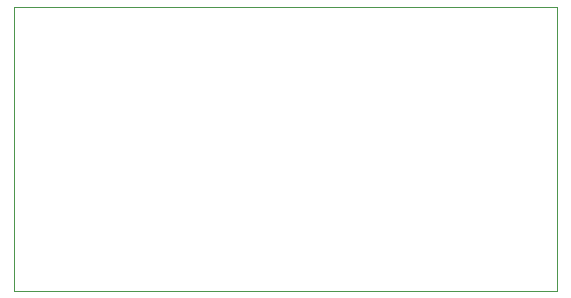
<source format=gm1>
G04 #@! TF.GenerationSoftware,KiCad,Pcbnew,5.1.5+dfsg1-2build2*
G04 #@! TF.CreationDate,2021-10-11T18:11:35+03:00*
G04 #@! TF.ProjectId,usb_kb,7573625f-6b62-42e6-9b69-6361645f7063,rev?*
G04 #@! TF.SameCoordinates,Original*
G04 #@! TF.FileFunction,Profile,NP*
%FSLAX46Y46*%
G04 Gerber Fmt 4.6, Leading zero omitted, Abs format (unit mm)*
G04 Created by KiCad (PCBNEW 5.1.5+dfsg1-2build2) date 2021-10-11 18:11:35*
%MOMM*%
%LPD*%
G04 APERTURE LIST*
%ADD10C,0.050000*%
G04 APERTURE END LIST*
D10*
X206000000Y-66000000D02*
X160000000Y-66000000D01*
X160000000Y-90000000D02*
X206000000Y-90000000D01*
X206000000Y-90000000D02*
X206000000Y-66000000D01*
X160000000Y-66000000D02*
X160000000Y-90000000D01*
M02*

</source>
